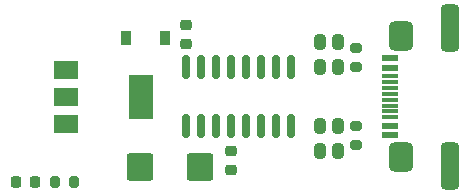
<source format=gbr>
%TF.GenerationSoftware,KiCad,Pcbnew,6.0.11+dfsg-1~bpo11+1*%
%TF.CreationDate,2024-03-27T15:19:12-04:00*%
%TF.ProjectId,Tool - ATTiny Module Flasher,546f6f6c-202d-4204-9154-54696e79204d,1.0.0*%
%TF.SameCoordinates,Original*%
%TF.FileFunction,Paste,Top*%
%TF.FilePolarity,Positive*%
%FSLAX46Y46*%
G04 Gerber Fmt 4.6, Leading zero omitted, Abs format (unit mm)*
G04 Created by KiCad (PCBNEW 6.0.11+dfsg-1~bpo11+1) date 2024-03-27 15:19:12*
%MOMM*%
%LPD*%
G01*
G04 APERTURE LIST*
G04 Aperture macros list*
%AMRoundRect*
0 Rectangle with rounded corners*
0 $1 Rounding radius*
0 $2 $3 $4 $5 $6 $7 $8 $9 X,Y pos of 4 corners*
0 Add a 4 corners polygon primitive as box body*
4,1,4,$2,$3,$4,$5,$6,$7,$8,$9,$2,$3,0*
0 Add four circle primitives for the rounded corners*
1,1,$1+$1,$2,$3*
1,1,$1+$1,$4,$5*
1,1,$1+$1,$6,$7*
1,1,$1+$1,$8,$9*
0 Add four rect primitives between the rounded corners*
20,1,$1+$1,$2,$3,$4,$5,0*
20,1,$1+$1,$4,$5,$6,$7,0*
20,1,$1+$1,$6,$7,$8,$9,0*
20,1,$1+$1,$8,$9,$2,$3,0*%
G04 Aperture macros list end*
%ADD10RoundRect,0.200000X0.275000X-0.200000X0.275000X0.200000X-0.275000X0.200000X-0.275000X-0.200000X0*%
%ADD11RoundRect,0.200000X-0.275000X0.200000X-0.275000X-0.200000X0.275000X-0.200000X0.275000X0.200000X0*%
%ADD12RoundRect,0.218750X0.218750X0.256250X-0.218750X0.256250X-0.218750X-0.256250X0.218750X-0.256250X0*%
%ADD13RoundRect,0.225000X-0.250000X0.225000X-0.250000X-0.225000X0.250000X-0.225000X0.250000X0.225000X0*%
%ADD14R,0.900000X1.200000*%
%ADD15R,1.450000X0.600000*%
%ADD16R,1.450000X0.300000*%
%ADD17RoundRect,0.525000X0.525000X-0.725000X0.525000X0.725000X-0.525000X0.725000X-0.525000X-0.725000X0*%
%ADD18RoundRect,0.400000X0.400000X-1.600000X0.400000X1.600000X-0.400000X1.600000X-0.400000X-1.600000X0*%
%ADD19RoundRect,0.225000X0.250000X-0.225000X0.250000X0.225000X-0.250000X0.225000X-0.250000X-0.225000X0*%
%ADD20RoundRect,0.237500X-0.237500X0.400000X-0.237500X-0.400000X0.237500X-0.400000X0.237500X0.400000X0*%
%ADD21RoundRect,0.237500X0.237500X-0.400000X0.237500X0.400000X-0.237500X0.400000X-0.237500X-0.400000X0*%
%ADD22RoundRect,0.250000X-0.875000X-0.925000X0.875000X-0.925000X0.875000X0.925000X-0.875000X0.925000X0*%
%ADD23RoundRect,0.150000X0.150000X-0.825000X0.150000X0.825000X-0.150000X0.825000X-0.150000X-0.825000X0*%
%ADD24RoundRect,0.200000X-0.200000X-0.275000X0.200000X-0.275000X0.200000X0.275000X-0.200000X0.275000X0*%
%ADD25R,2.000000X1.500000*%
%ADD26R,2.000000X3.800000*%
G04 APERTURE END LIST*
D10*
%TO.C,R103*%
X139446000Y-97523000D03*
X139446000Y-95873000D03*
%TD*%
D11*
%TO.C,R102*%
X139446000Y-102477000D03*
X139446000Y-104127000D03*
%TD*%
D12*
%TO.C,D202*%
X112293500Y-107188000D03*
X110718500Y-107188000D03*
%TD*%
D13*
%TO.C,C302*%
X128905000Y-104635000D03*
X128905000Y-106185000D03*
%TD*%
D14*
%TO.C,D902*%
X123316000Y-94996000D03*
X120016000Y-94996000D03*
%TD*%
D15*
%TO.C,J102*%
X142355000Y-103250000D03*
X142355000Y-102450000D03*
D16*
X142355000Y-101250000D03*
X142355000Y-100250000D03*
X142355000Y-99750000D03*
X142355000Y-98750000D03*
D15*
X142355000Y-97550000D03*
X142355000Y-96750000D03*
X142355000Y-96750000D03*
X142355000Y-97550000D03*
D16*
X142355000Y-98250000D03*
X142355000Y-99250000D03*
X142355000Y-100750000D03*
X142355000Y-101750000D03*
D15*
X142355000Y-102450000D03*
X142355000Y-103250000D03*
D17*
X143281795Y-105096965D03*
D18*
X147450000Y-94153035D03*
X147450000Y-105846965D03*
D17*
X143281795Y-94903035D03*
%TD*%
D19*
%TO.C,C303*%
X125095000Y-95517000D03*
X125095000Y-93967000D03*
%TD*%
D20*
%TO.C,D104*%
X137922000Y-102496000D03*
X137922000Y-104616000D03*
%TD*%
D21*
%TO.C,D105*%
X137922000Y-97504000D03*
X137922000Y-95384000D03*
%TD*%
D22*
%TO.C,C202*%
X121148000Y-105918000D03*
X126248000Y-105918000D03*
%TD*%
D21*
%TO.C,D103*%
X136398000Y-97504000D03*
X136398000Y-95384000D03*
%TD*%
D23*
%TO.C,U303*%
X125095000Y-102475000D03*
X126365000Y-102475000D03*
X127635000Y-102475000D03*
X128905000Y-102475000D03*
X130175000Y-102475000D03*
X131445000Y-102475000D03*
X132715000Y-102475000D03*
X133985000Y-102475000D03*
X133985000Y-97525000D03*
X132715000Y-97525000D03*
X131445000Y-97525000D03*
X130175000Y-97525000D03*
X128905000Y-97525000D03*
X127635000Y-97525000D03*
X126365000Y-97525000D03*
X125095000Y-97525000D03*
%TD*%
D20*
%TO.C,D102*%
X136398000Y-102496000D03*
X136398000Y-104616000D03*
%TD*%
D24*
%TO.C,R202*%
X113983000Y-107188000D03*
X115633000Y-107188000D03*
%TD*%
D25*
%TO.C,U202*%
X114960000Y-97700000D03*
D26*
X121260000Y-100000000D03*
D25*
X114960000Y-100000000D03*
X114960000Y-102300000D03*
%TD*%
M02*

</source>
